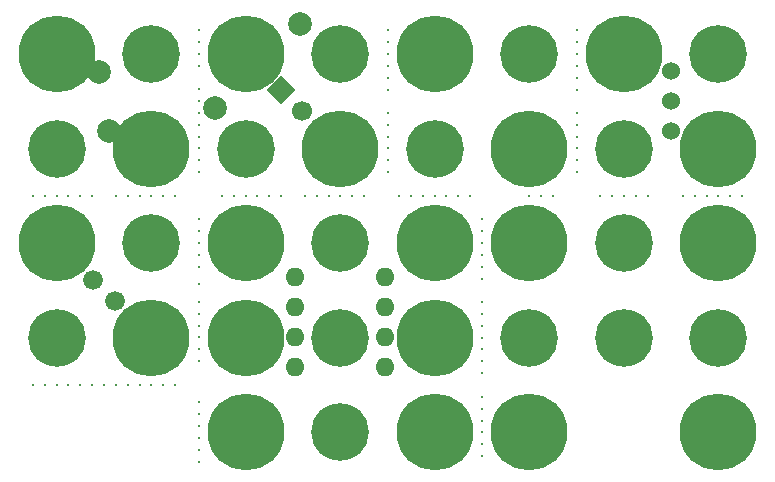
<source format=gbs>
G04 #@! TF.FileFunction,Soldermask,Bot*
%FSLAX46Y46*%
G04 Gerber Fmt 4.6, Leading zero omitted, Abs format (unit mm)*
G04 Created by KiCad (PCBNEW (2015-08-15 BZR 6092)-product) date 2/28/2016 12:14:40 PM*
%MOMM*%
G01*
G04 APERTURE LIST*
%ADD10C,0.100000*%
%ADD11C,1.676400*%
%ADD12C,0.330200*%
%ADD13C,1.700000*%
%ADD14O,1.600000X1.600000*%
%ADD15C,1.998980*%
%ADD16C,6.500000*%
%ADD17C,4.876800*%
%ADD18C,1.524000*%
%ADD19C,2.000000*%
G04 APERTURE END LIST*
D10*
D11*
X116101974Y-43101974D03*
X117898026Y-44898026D03*
D12*
X125000000Y-58516000D03*
X125000000Y-56484000D03*
X125000000Y-57500000D03*
X125000000Y-55516000D03*
X125000000Y-53484000D03*
X125000000Y-54500000D03*
X120016000Y-36000000D03*
X117984000Y-36000000D03*
X119000000Y-36000000D03*
X116016000Y-36000000D03*
X113984000Y-36000000D03*
X115000000Y-36000000D03*
X113016000Y-36000000D03*
X110984000Y-36000000D03*
X112000000Y-36000000D03*
X144016000Y-36000000D03*
X141984000Y-36000000D03*
X143000000Y-36000000D03*
X148016000Y-36000000D03*
X145984000Y-36000000D03*
X147000000Y-36000000D03*
X120016000Y-52000000D03*
X117984000Y-52000000D03*
X119000000Y-52000000D03*
X116016000Y-52000000D03*
X113984000Y-52000000D03*
X115000000Y-52000000D03*
X123016000Y-52000000D03*
X120984000Y-52000000D03*
X122000000Y-52000000D03*
X113016000Y-52000000D03*
X110984000Y-52000000D03*
X112000000Y-52000000D03*
X123016000Y-36000000D03*
X120984000Y-36000000D03*
X122000000Y-36000000D03*
X125000000Y-40016000D03*
X125000000Y-37984000D03*
X125000000Y-39000000D03*
X125000000Y-47016000D03*
X125000000Y-44984000D03*
X125000000Y-46000000D03*
X125000000Y-50016000D03*
X125000000Y-47984000D03*
X125000000Y-49000000D03*
X149000000Y-48016000D03*
X149000000Y-45984000D03*
X149000000Y-47000000D03*
X149000000Y-51016000D03*
X149000000Y-48984000D03*
X149000000Y-50000000D03*
X149000000Y-55016000D03*
X149000000Y-52984000D03*
X149000000Y-54000000D03*
X149000000Y-43016000D03*
X149000000Y-40984000D03*
X149000000Y-42000000D03*
X149000000Y-40016000D03*
X149000000Y-37984000D03*
X149000000Y-39000000D03*
X149000000Y-58016000D03*
X149000000Y-55984000D03*
X149000000Y-57000000D03*
X133984000Y-36000000D03*
X136016000Y-36000000D03*
X135000000Y-36000000D03*
X129984000Y-36000000D03*
X132016000Y-36000000D03*
X131000000Y-36000000D03*
X126984000Y-36000000D03*
X129016000Y-36000000D03*
X128000000Y-36000000D03*
X136984000Y-36000000D03*
X139016000Y-36000000D03*
X138000000Y-36000000D03*
X125000000Y-31016000D03*
X125000000Y-28984000D03*
X125000000Y-30000000D03*
X125000000Y-34016000D03*
X125000000Y-31984000D03*
X125000000Y-33000000D03*
X125000000Y-24016000D03*
X125000000Y-21984000D03*
X125000000Y-23000000D03*
X141000000Y-27016000D03*
X141000000Y-24984000D03*
X141000000Y-26000000D03*
X141000000Y-31016000D03*
X141000000Y-28984000D03*
X141000000Y-30000000D03*
X141000000Y-34016000D03*
X141000000Y-31984000D03*
X141000000Y-33000000D03*
X141000000Y-24016000D03*
X141000000Y-21984000D03*
X141000000Y-23000000D03*
X157000000Y-27016000D03*
X157000000Y-24984000D03*
X157000000Y-26000000D03*
X157000000Y-24016000D03*
X157000000Y-21984000D03*
X157000000Y-23000000D03*
X157000000Y-31016000D03*
X157000000Y-28984000D03*
X157000000Y-30000000D03*
X157000000Y-34016000D03*
X157000000Y-31984000D03*
X157000000Y-33000000D03*
X152984000Y-36000000D03*
X155016000Y-36000000D03*
X154000000Y-36000000D03*
X163016000Y-36000000D03*
X162000000Y-36000000D03*
X165984000Y-36000000D03*
X168016000Y-36000000D03*
X167000000Y-36000000D03*
X158984000Y-36000000D03*
X161016000Y-36000000D03*
X160000000Y-36000000D03*
D10*
G36*
X132000000Y-28202082D02*
X130797918Y-27000000D01*
X132000000Y-25797918D01*
X133202082Y-27000000D01*
X132000000Y-28202082D01*
X132000000Y-28202082D01*
G37*
D13*
X133796051Y-28796051D03*
D14*
X133200000Y-42900000D03*
X133200000Y-45440000D03*
X133200000Y-47980000D03*
X133200000Y-50520000D03*
X140820000Y-50520000D03*
X140820000Y-47980000D03*
X140820000Y-45440000D03*
X140820000Y-42900000D03*
D15*
X126407898Y-28592102D03*
X133592102Y-21407898D03*
D16*
X129000000Y-48000000D03*
X145000000Y-48000000D03*
D17*
X169000000Y-24000000D03*
X161000000Y-32000000D03*
X153000000Y-24000000D03*
X145000000Y-32000000D03*
X137000000Y-24000000D03*
X129000000Y-32000000D03*
X113000000Y-48000000D03*
X121000000Y-40000000D03*
X113000000Y-32000000D03*
X121000000Y-24000000D03*
D16*
X169000000Y-56000000D03*
D17*
X137000000Y-40000000D03*
D16*
X145000000Y-56000000D03*
X129000000Y-40000000D03*
X129000000Y-56000000D03*
X145000000Y-40000000D03*
D17*
X137000000Y-48000000D03*
X137000000Y-56000000D03*
X161000000Y-48000000D03*
D16*
X161000000Y-24000000D03*
X169000000Y-32000000D03*
D17*
X169000000Y-48000000D03*
X153000000Y-48000000D03*
D16*
X169000000Y-40000000D03*
D18*
X165000000Y-28000000D03*
X165000000Y-30540000D03*
X165000000Y-25460000D03*
D16*
X129000000Y-24000000D03*
X137000000Y-32000000D03*
X145000000Y-24000000D03*
X153000000Y-32000000D03*
X153000000Y-40000000D03*
X153000000Y-56000000D03*
D17*
X161000000Y-40000000D03*
D16*
X113000000Y-40000000D03*
X121000000Y-48000000D03*
X113000000Y-24000000D03*
X121000000Y-32000000D03*
D19*
X117434120Y-30462019D03*
X116565880Y-25537981D03*
D12*
X168984000Y-36000000D03*
X171016000Y-36000000D03*
X170000000Y-36000000D03*
X125000000Y-26984000D03*
X125000000Y-28000000D03*
X125000000Y-25000000D03*
X149000000Y-45000000D03*
X125000000Y-40984000D03*
X125000000Y-42000000D03*
X117000000Y-52000000D03*
X145000000Y-36000000D03*
X125000000Y-43500000D03*
M02*

</source>
